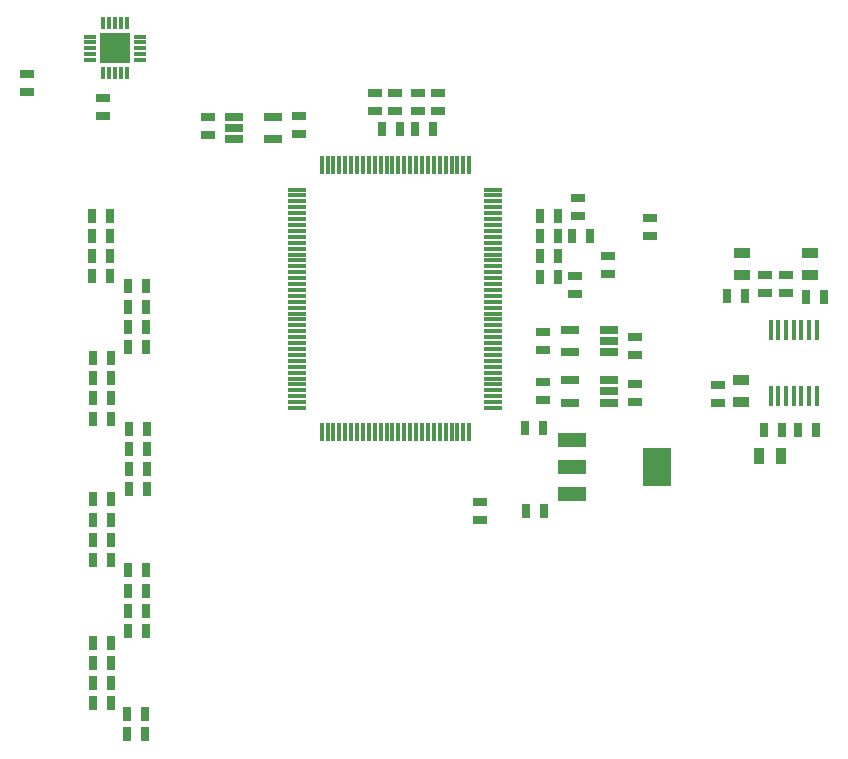
<source format=gtp>
G04 #@! TF.GenerationSoftware,KiCad,Pcbnew,5.0.1+dfsg1-3*
G04 #@! TF.CreationDate,2018-12-17T22:42:35+02:00*
G04 #@! TF.ProjectId,isl_board,69736C5F626F6172642E6B696361645F,rev?*
G04 #@! TF.SameCoordinates,Original*
G04 #@! TF.FileFunction,Paste,Top*
G04 #@! TF.FilePolarity,Positive*
%FSLAX46Y46*%
G04 Gerber Fmt 4.6, Leading zero omitted, Abs format (unit mm)*
G04 Created by KiCad (PCBNEW 5.0.1+dfsg1-3) date 2018-12-17T22:42:35 EET*
%MOMM*%
%LPD*%
G01*
G04 APERTURE LIST*
%ADD10R,1.397000X0.889000*%
%ADD11R,0.889000X1.397000*%
%ADD12R,1.143000X0.635000*%
%ADD13R,0.635000X1.143000*%
%ADD14R,0.355600X1.676400*%
%ADD15R,1.000000X0.300000*%
%ADD16R,0.300000X1.000000*%
%ADD17R,2.500000X2.500000*%
%ADD18R,2.400000X1.200000*%
%ADD19R,2.400000X3.300000*%
%ADD20R,1.560000X0.650000*%
%ADD21R,0.300000X1.600000*%
%ADD22R,1.600000X0.300000*%
G04 APERTURE END LIST*
D10*
G04 #@! TO.C,C50*
X86930000Y-52107500D03*
X86930000Y-54012500D03*
G04 #@! TD*
G04 #@! TO.C,C49*
X81150000Y-53982500D03*
X81150000Y-52077500D03*
G04 #@! TD*
G04 #@! TO.C,C45*
X81090000Y-62847500D03*
X81090000Y-64752500D03*
G04 #@! TD*
D11*
G04 #@! TO.C,C46*
X84512500Y-69320000D03*
X82607500Y-69320000D03*
G04 #@! TD*
D12*
G04 #@! TO.C,R38*
X58960000Y-74702000D03*
X58960000Y-73178000D03*
G04 #@! TD*
D13*
G04 #@! TO.C,R25*
X26208000Y-61000000D03*
X27732000Y-61000000D03*
G04 #@! TD*
G04 #@! TO.C,R21*
X29238000Y-72120000D03*
X30762000Y-72120000D03*
G04 #@! TD*
G04 #@! TO.C,R23*
X29238000Y-66990000D03*
X30762000Y-66990000D03*
G04 #@! TD*
G04 #@! TO.C,R34*
X29208000Y-58360000D03*
X30732000Y-58360000D03*
G04 #@! TD*
G04 #@! TO.C,R27*
X29208000Y-56650000D03*
X30732000Y-56650000D03*
G04 #@! TD*
G04 #@! TO.C,R31*
X29238000Y-70410000D03*
X30762000Y-70410000D03*
G04 #@! TD*
G04 #@! TO.C,R22*
X29238000Y-68700000D03*
X30762000Y-68700000D03*
G04 #@! TD*
G04 #@! TO.C,R32*
X26208000Y-66130000D03*
X27732000Y-66130000D03*
G04 #@! TD*
G04 #@! TO.C,R33*
X26208000Y-62710000D03*
X27732000Y-62710000D03*
G04 #@! TD*
G04 #@! TO.C,R24*
X26208000Y-64420000D03*
X27732000Y-64420000D03*
G04 #@! TD*
G04 #@! TO.C,R28*
X29208000Y-54940000D03*
X30732000Y-54940000D03*
G04 #@! TD*
G04 #@! TO.C,R26*
X29208000Y-60070000D03*
X30732000Y-60070000D03*
G04 #@! TD*
D12*
G04 #@! TO.C,R48*
X20630000Y-38444000D03*
X20630000Y-36920000D03*
G04 #@! TD*
D14*
G04 #@! TO.C,U7*
X83589999Y-64259400D03*
X84240000Y-64259400D03*
X84890001Y-64259400D03*
X85540000Y-64259400D03*
X86189999Y-64259400D03*
X86840000Y-64259400D03*
X87489999Y-64259400D03*
X87490001Y-58620600D03*
X86840000Y-58620600D03*
X86190001Y-58620600D03*
X85540000Y-58620600D03*
X84890001Y-58620600D03*
X84240000Y-58620600D03*
X83590001Y-58620600D03*
G04 #@! TD*
D12*
G04 #@! TO.C,C42*
X79140000Y-63328000D03*
X79140000Y-64852000D03*
G04 #@! TD*
D13*
G04 #@! TO.C,C44*
X87432000Y-67130000D03*
X85908000Y-67130000D03*
G04 #@! TD*
G04 #@! TO.C,C43*
X83048000Y-67130000D03*
X84572000Y-67130000D03*
G04 #@! TD*
D12*
G04 #@! TO.C,C51*
X27090000Y-40522000D03*
X27090000Y-38998000D03*
G04 #@! TD*
D13*
G04 #@! TO.C,C48*
X88102000Y-55800000D03*
X86578000Y-55800000D03*
G04 #@! TD*
G04 #@! TO.C,C47*
X81442000Y-55770000D03*
X79918000Y-55770000D03*
G04 #@! TD*
D12*
G04 #@! TO.C,R46*
X83130000Y-54008000D03*
X83130000Y-55532000D03*
G04 #@! TD*
G04 #@! TO.C,R47*
X84920000Y-55532000D03*
X84920000Y-54008000D03*
G04 #@! TD*
D15*
G04 #@! TO.C,U6*
X25975053Y-35782843D03*
X25975053Y-35282843D03*
X25975053Y-34782843D03*
X25975053Y-34282843D03*
X25975053Y-33782843D03*
D16*
X27090053Y-32667843D03*
X27590053Y-32667843D03*
X28090053Y-32667843D03*
X28590053Y-32667843D03*
X29090053Y-32667843D03*
D15*
X30205053Y-33782843D03*
X30205053Y-34282843D03*
X30205053Y-34782843D03*
X30205053Y-35282843D03*
X30205053Y-35782843D03*
D16*
X29090053Y-36897843D03*
X28590053Y-36897843D03*
X28090053Y-36897843D03*
X27590053Y-36897843D03*
X27090053Y-36897843D03*
D17*
X28090053Y-34782843D03*
G04 #@! TD*
D12*
G04 #@! TO.C,C1*
X72120000Y-64752000D03*
X72120000Y-63228000D03*
G04 #@! TD*
G04 #@! TO.C,C2*
X72090000Y-60732000D03*
X72090000Y-59208000D03*
G04 #@! TD*
G04 #@! TO.C,C3*
X35930000Y-40568000D03*
X35930000Y-42092000D03*
G04 #@! TD*
D13*
G04 #@! TO.C,C4*
X64312000Y-66960000D03*
X62788000Y-66960000D03*
G04 #@! TD*
G04 #@! TO.C,C5*
X64382000Y-73990000D03*
X62858000Y-73990000D03*
G04 #@! TD*
D12*
G04 #@! TO.C,C6*
X64290000Y-64542000D03*
X64290000Y-63018000D03*
G04 #@! TD*
G04 #@! TO.C,C7*
X64300000Y-60352000D03*
X64300000Y-58828000D03*
G04 #@! TD*
G04 #@! TO.C,C8*
X43640000Y-40548000D03*
X43640000Y-42072000D03*
G04 #@! TD*
D13*
G04 #@! TO.C,C13*
X64048000Y-54110000D03*
X65572000Y-54110000D03*
G04 #@! TD*
G04 #@! TO.C,C20*
X68322000Y-50690000D03*
X66798000Y-50690000D03*
G04 #@! TD*
G04 #@! TO.C,C22*
X65572000Y-52400000D03*
X64048000Y-52400000D03*
G04 #@! TD*
G04 #@! TO.C,C23*
X65572000Y-48980000D03*
X64048000Y-48980000D03*
G04 #@! TD*
D12*
G04 #@! TO.C,C27*
X50080000Y-38588000D03*
X50080000Y-40112000D03*
G04 #@! TD*
G04 #@! TO.C,C30*
X55440000Y-38598000D03*
X55440000Y-40122000D03*
G04 #@! TD*
D13*
G04 #@! TO.C,R1*
X65572000Y-50690000D03*
X64048000Y-50690000D03*
G04 #@! TD*
G04 #@! TO.C,R2*
X29138000Y-92850000D03*
X30662000Y-92850000D03*
G04 #@! TD*
G04 #@! TO.C,R3*
X29138000Y-91140000D03*
X30662000Y-91140000D03*
G04 #@! TD*
G04 #@! TO.C,R4*
X26198000Y-90240000D03*
X27722000Y-90240000D03*
G04 #@! TD*
G04 #@! TO.C,R5*
X26198000Y-88530000D03*
X27722000Y-88530000D03*
G04 #@! TD*
G04 #@! TO.C,R6*
X26198000Y-86820000D03*
X27722000Y-86820000D03*
G04 #@! TD*
G04 #@! TO.C,R7*
X26198000Y-85110000D03*
X27722000Y-85110000D03*
G04 #@! TD*
D12*
G04 #@! TO.C,R8*
X51810000Y-38588000D03*
X51810000Y-40112000D03*
G04 #@! TD*
D13*
G04 #@! TO.C,R9*
X52222000Y-41640000D03*
X50698000Y-41640000D03*
G04 #@! TD*
G04 #@! TO.C,R11*
X29178000Y-84130000D03*
X30702000Y-84130000D03*
G04 #@! TD*
G04 #@! TO.C,R12*
X29178000Y-82410000D03*
X30702000Y-82410000D03*
G04 #@! TD*
D12*
G04 #@! TO.C,R13*
X53720000Y-38598000D03*
X53720000Y-40122000D03*
G04 #@! TD*
D13*
G04 #@! TO.C,R14*
X53448000Y-41640000D03*
X54972000Y-41640000D03*
G04 #@! TD*
G04 #@! TO.C,R15*
X29178000Y-80690000D03*
X30702000Y-80690000D03*
G04 #@! TD*
G04 #@! TO.C,R16*
X29178000Y-78980000D03*
X30702000Y-78980000D03*
G04 #@! TD*
G04 #@! TO.C,R17*
X26208000Y-78100000D03*
X27732000Y-78100000D03*
G04 #@! TD*
G04 #@! TO.C,R18*
X26208000Y-76390000D03*
X27732000Y-76390000D03*
G04 #@! TD*
G04 #@! TO.C,R19*
X26208000Y-74680000D03*
X27732000Y-74680000D03*
G04 #@! TD*
G04 #@! TO.C,R20*
X26208000Y-72970000D03*
X27732000Y-72970000D03*
G04 #@! TD*
G04 #@! TO.C,R29*
X26168000Y-52370000D03*
X27692000Y-52370000D03*
G04 #@! TD*
G04 #@! TO.C,R30*
X26168000Y-48950000D03*
X27692000Y-48950000D03*
G04 #@! TD*
G04 #@! TO.C,R35*
X26168000Y-54080000D03*
X27692000Y-54080000D03*
G04 #@! TD*
G04 #@! TO.C,R36*
X26168000Y-50660000D03*
X27692000Y-50660000D03*
G04 #@! TD*
D12*
G04 #@! TO.C,R41*
X67040000Y-54098000D03*
X67040000Y-55622000D03*
G04 #@! TD*
G04 #@! TO.C,R42*
X69860000Y-52398000D03*
X69860000Y-53922000D03*
G04 #@! TD*
G04 #@! TO.C,R43*
X73360000Y-50682000D03*
X73360000Y-49158000D03*
G04 #@! TD*
G04 #@! TO.C,R44*
X67250000Y-48972000D03*
X67250000Y-47448000D03*
G04 #@! TD*
D18*
G04 #@! TO.C,U1*
X66780000Y-70210000D03*
X66780000Y-67910000D03*
X66780000Y-72510000D03*
D19*
X73980000Y-70210000D03*
G04 #@! TD*
D20*
G04 #@! TO.C,U2*
X69920000Y-64770000D03*
X69920000Y-63820000D03*
X69920000Y-62870000D03*
X66620000Y-62870000D03*
X66620000Y-64770000D03*
G04 #@! TD*
G04 #@! TO.C,U3*
X69920000Y-60530000D03*
X69920000Y-59580000D03*
X69920000Y-58630000D03*
X66620000Y-58630000D03*
X66620000Y-60530000D03*
G04 #@! TD*
G04 #@! TO.C,U4*
X38130000Y-40560000D03*
X38130000Y-41510000D03*
X38130000Y-42460000D03*
X41430000Y-42460000D03*
X41430000Y-40560000D03*
G04 #@! TD*
D21*
G04 #@! TO.C,U5*
X50580000Y-67290000D03*
X50080000Y-67290000D03*
X49580000Y-67290000D03*
X49080000Y-67290000D03*
X48580000Y-67290000D03*
X48080000Y-67290000D03*
X47580000Y-67290000D03*
X47080000Y-67290000D03*
X46580000Y-67290000D03*
X46080000Y-67290000D03*
X45580000Y-67290000D03*
D22*
X43530000Y-50240000D03*
X43530000Y-49740000D03*
X43530000Y-49240000D03*
X43530000Y-48740000D03*
X43530000Y-48240000D03*
X43530000Y-47740000D03*
X43530000Y-47240000D03*
X43530000Y-46740000D03*
D21*
X57080000Y-44690000D03*
X57580000Y-44690000D03*
X58080000Y-44690000D03*
D22*
X60130000Y-46740000D03*
X60130000Y-47240000D03*
X60130000Y-65240000D03*
X60130000Y-64740000D03*
X60130000Y-64240000D03*
X60130000Y-63740000D03*
X60130000Y-63240000D03*
X60130000Y-62740000D03*
X60130000Y-62240000D03*
X60130000Y-61740000D03*
X60130000Y-61240000D03*
X60130000Y-60740000D03*
X60130000Y-60240000D03*
X60130000Y-59740000D03*
X60130000Y-59240000D03*
X60130000Y-58740000D03*
X60130000Y-58240000D03*
X60130000Y-57740000D03*
X60130000Y-57240000D03*
X60130000Y-56740000D03*
X60130000Y-56240000D03*
X60130000Y-55740000D03*
X60130000Y-55240000D03*
X60130000Y-54740000D03*
X60130000Y-54240000D03*
X60130000Y-53740000D03*
X60130000Y-53240000D03*
X60130000Y-52740000D03*
X60130000Y-52240000D03*
X60130000Y-51740000D03*
X60130000Y-51240000D03*
X60130000Y-50740000D03*
X60130000Y-50240000D03*
X60130000Y-49740000D03*
X60130000Y-49240000D03*
X60130000Y-48740000D03*
X60130000Y-48240000D03*
X60130000Y-47740000D03*
D21*
X56580000Y-44690000D03*
X56080000Y-44690000D03*
X55580000Y-44690000D03*
X55080000Y-44690000D03*
X54580000Y-44690000D03*
X54080000Y-44690000D03*
X53580000Y-44690000D03*
X53080000Y-44690000D03*
X52580000Y-44690000D03*
X52080000Y-44690000D03*
X51580000Y-44690000D03*
X51080000Y-44690000D03*
X50580000Y-44690000D03*
X50080000Y-44690000D03*
X49580000Y-44690000D03*
X49080000Y-44690000D03*
X48580000Y-44690000D03*
X48080000Y-44690000D03*
X47580000Y-44690000D03*
X47080000Y-44690000D03*
X46580000Y-44690000D03*
X46080000Y-44690000D03*
X45580000Y-44690000D03*
D22*
X43530000Y-50740000D03*
X43530000Y-51240000D03*
X43530000Y-51740000D03*
X43530000Y-52240000D03*
X43530000Y-52740000D03*
X43530000Y-53240000D03*
X43530000Y-53740000D03*
X43530000Y-54240000D03*
X43530000Y-54740000D03*
X43530000Y-55240000D03*
X43530000Y-55740000D03*
X43530000Y-56240000D03*
X43530000Y-56740000D03*
X43530000Y-57240000D03*
X43530000Y-57740000D03*
X43530000Y-58240000D03*
X43530000Y-58740000D03*
X43530000Y-59240000D03*
X43530000Y-59740000D03*
X43530000Y-60240000D03*
X43530000Y-60740000D03*
X43530000Y-61240000D03*
X43530000Y-61740000D03*
X43530000Y-62240000D03*
X43530000Y-62740000D03*
X43530000Y-63240000D03*
X43530000Y-63740000D03*
X43530000Y-64240000D03*
X43530000Y-64740000D03*
X43530000Y-65240000D03*
D21*
X51080000Y-67290000D03*
X51580000Y-67290000D03*
X52080000Y-67290000D03*
X52580000Y-67290000D03*
X53080000Y-67290000D03*
X53580000Y-67290000D03*
X54080000Y-67290000D03*
X54580000Y-67290000D03*
X55080000Y-67290000D03*
X55580000Y-67290000D03*
X56080000Y-67290000D03*
X56580000Y-67290000D03*
X57080000Y-67290000D03*
X57580000Y-67290000D03*
X58080000Y-67290000D03*
G04 #@! TD*
M02*

</source>
